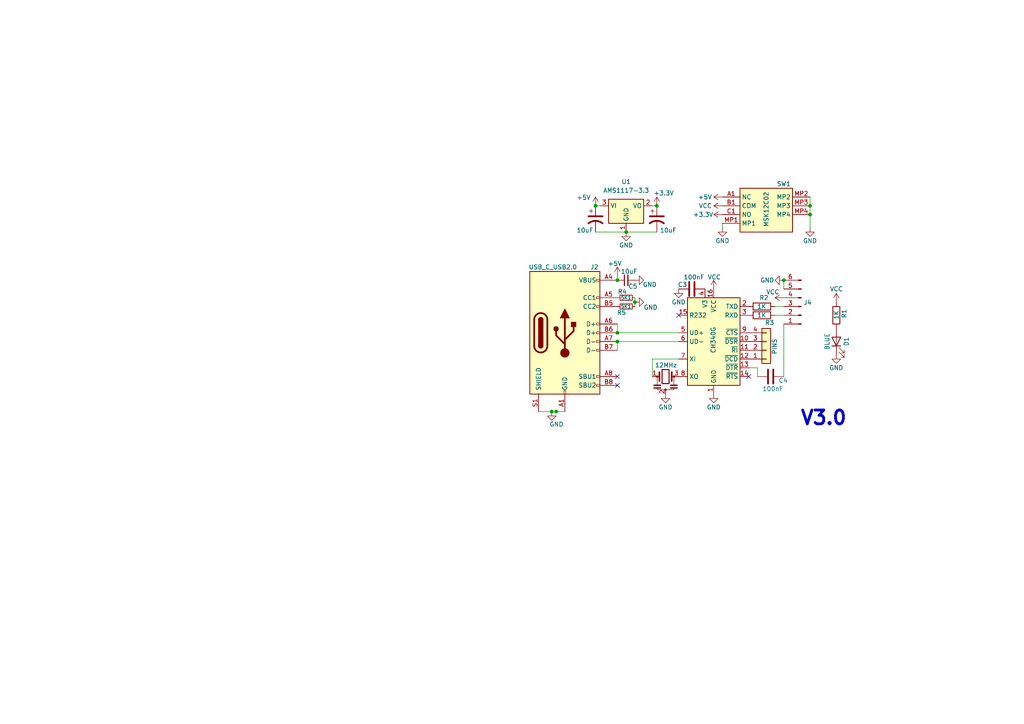
<source format=kicad_sch>
(kicad_sch (version 20231120) (generator "eeschema") (generator_version "8.0")
  (paper "A4")
  (lib_symbols
    (symbol "Connector:Conn_01x06_Pin" (pin_names (offset 1.016) hide)
      (property "Reference" "J" (at 0 7.62 0))
      (property "Value" "Conn_01x06_Pin" (at 0 -10.16 0))
      (symbol "Conn_01x06_Pin_1_1"
        (polyline (pts (xy 1.27 -7.62) (xy 0.8636 -7.62)) (stroke (width 0.1524)))
        (polyline (pts (xy 1.27 -5.08) (xy 0.8636 -5.08)) (stroke (width 0.1524)))
        (polyline (pts (xy 1.27 -2.54) (xy 0.8636 -2.54)) (stroke (width 0.1524)))
        (polyline (pts (xy 1.27 0) (xy 0.8636 0)) (stroke (width 0.1524)))
        (polyline (pts (xy 1.27 2.54) (xy 0.8636 2.54)) (stroke (width 0.1524)))
        (polyline (pts (xy 1.27 5.08) (xy 0.8636 5.08)) (stroke (width 0.1524)))
        (rectangle (start 0.8636 -7.493) (end 0 -7.747) (stroke (width 0.1524)) (fill (type outline)))
        (rectangle (start 0.8636 -4.953) (end 0 -5.207) (stroke (width 0.1524)) (fill (type outline)))
        (rectangle (start 0.8636 -2.413) (end 0 -2.667) (stroke (width 0.1524)) (fill (type outline)))
        (rectangle (start 0.8636 0.127) (end 0 -0.127) (stroke (width 0.1524)) (fill (type outline)))
        (rectangle (start 0.8636 2.667) (end 0 2.413) (stroke (width 0.1524)) (fill (type outline)))
        (rectangle (start 0.8636 5.207) (end 0 4.953) (stroke (width 0.1524)) (fill (type outline)))
        (pin passive line (at 5.08 5.08 180) (length 3.81) (name "Pin_1") (number "1"))
        (pin passive line (at 5.08 2.54 180) (length 3.81) (name "Pin_2") (number "2"))
        (pin passive line (at 5.08 0 180) (length 3.81) (name "Pin_3") (number "3"))
        (pin passive line (at 5.08 -2.54 180) (length 3.81) (name "Pin_4") (number "4"))
        (pin passive line (at 5.08 -5.08 180) (length 3.81) (name "Pin_5") (number "5"))
        (pin passive line (at 5.08 -7.62 180) (length 3.81) (name "Pin_6") (number "6"))
      )
    )
    (symbol "Connector:USB_C_Receptacle_USB2.0" (pin_names (offset 1.016))
      (property "Reference" "J3" (at -5.715 21.209 0))
      (property "Value" "USB_C_USB2.0" (at 3.556 19.05 0))
      (symbol "USB_C_Receptacle_USB2.0_0_0"
        (rectangle (start -0.254 -17.78) (end 0.254 -16.764))
        (rectangle (start 10.16 -14.986) (end 9.144 -15.494))
        (rectangle (start 10.16 -12.446) (end 9.144 -12.954))
        (rectangle (start 10.16 -4.826) (end 9.144 -5.334))
        (rectangle (start 10.16 -2.286) (end 9.144 -2.794))
        (rectangle (start 10.16 0.254) (end 9.144 -0.254))
        (rectangle (start 10.16 2.794) (end 9.144 2.286))
        (rectangle (start 10.16 7.874) (end 9.144 7.366))
        (rectangle (start 10.16 10.414) (end 9.144 9.906))
        (rectangle (start 10.16 15.494) (end 9.144 14.986))
      )
      (symbol "USB_C_Receptacle_USB2.0_0_1"
        (rectangle (start -10.16 17.78) (end 10.16 -17.78) (stroke (width 0.254)) (fill (type background)))
        (arc (start -8.89 -3.81) (mid -6.985 -5.7067) (end -5.08 -3.81) (stroke (width 0.508)))
        (arc (start -7.62 -3.81) (mid -6.985 -4.4423) (end -6.35 -3.81) (stroke (width 0.254)))
        (arc (start -7.62 -3.81) (mid -6.985 -4.4423) (end -6.35 -3.81) (stroke (width 0.254)) (fill (type outline)))
        (rectangle (start -7.62 -3.81) (end -6.35 3.81) (stroke (width 0.254)) (fill (type outline)))
        (arc (start -6.35 3.81) (mid -6.985 4.4423) (end -7.62 3.81) (stroke (width 0.254)))
        (arc (start -6.35 3.81) (mid -6.985 4.4423) (end -7.62 3.81) (stroke (width 0.254)) (fill (type outline)))
        (arc (start -5.08 3.81) (mid -6.985 5.7067) (end -8.89 3.81) (stroke (width 0.508)))
        (circle (center -2.54 1.143) (radius 0.635) (stroke (width 0.254)) (fill (type outline)))
        (circle (center 0 -5.842) (radius 1.27) (fill (type outline)))
        (polyline (pts (xy -8.89 -3.81) (xy -8.89 3.81)) (stroke (width 0.508)))
        (polyline (pts (xy -5.08 3.81) (xy -5.08 -3.81)) (stroke (width 0.508)))
        (polyline (pts (xy 0 -5.842) (xy 0 4.318)) (stroke (width 0.508)))
        (polyline (pts (xy 0 -3.302) (xy -2.54 -0.762) (xy -2.54 0.508)) (stroke (width 0.508)))
        (polyline (pts (xy 0 -2.032) (xy 2.54 0.508) (xy 2.54 1.778)) (stroke (width 0.508)))
        (polyline (pts (xy -1.27 4.318) (xy 0 6.858) (xy 1.27 4.318) (xy -1.27 4.318)) (stroke (width 0.254)) (fill (type outline)))
        (rectangle (start 1.905 1.778) (end 3.175 3.048) (stroke (width 0.254)) (fill (type outline)))
      )
      (symbol "USB_C_Receptacle_USB2.0_1_1"
        (pin passive line (at 0 -22.86 90) (length 5.08) (name "GND") (number "A1"))
        (pin passive line (at 15.24 15.24 180) (length 5.08) (name "VBUS") (number "A4"))
        (pin bidirectional line (at 15.24 10.16 180) (length 5.08) (name "CC1") (number "A5"))
        (pin bidirectional line (at 15.24 2.54 180) (length 5.08) (name "D+") (number "A6"))
        (pin bidirectional line (at 15.24 -2.54 180) (length 5.08) (name "D-") (number "A7"))
        (pin bidirectional line (at 15.24 -12.7 180) (length 5.08) (name "SBU1") (number "A8"))
        (pin passive line (at -2.54 -22.86 90) (length 5.08) hide (name "GND") (number "B1"))
        (pin passive line (at 15.24 12.7 180) (length 5.08) hide (name "VBUS") (number "B4"))
        (pin bidirectional line (at 15.24 7.62 180) (length 5.08) (name "CC2") (number "B5"))
        (pin bidirectional line (at 15.24 0 180) (length 5.08) (name "D+") (number "B6"))
        (pin bidirectional line (at 15.24 -5.08 180) (length 5.08) (name "D-") (number "B7"))
        (pin bidirectional line (at 15.24 -15.24 180) (length 5.08) (name "SBU2") (number "B8"))
        (pin passive line (at -7.62 -22.86 90) (length 5.08) (name "SHIELD") (number "S1"))
      )
    )
    (symbol "Connector_Generic_MountingPin:Conn_01x04_MountingPin" (pin_names (offset 1.016) hide)
      (symbol "Conn_01x04_MountingPin_1_1"
        (rectangle (start -1.27 -4.953) (end 0 -5.207) (stroke (width 0.1524)))
        (rectangle (start -1.27 -2.413) (end 0 -2.667) (stroke (width 0.1524)))
        (rectangle (start -1.27 0.127) (end 0 -0.127) (stroke (width 0.1524)))
        (rectangle (start -1.27 2.667) (end 0 2.413) (stroke (width 0.1524)))
        (rectangle (start -1.27 3.81) (end 1.27 -6.35) (stroke (width 0.254)) (fill (type background)))
        (pin passive line (at -5.08 2.54 0) (length 3.81) (name "Pin_1") (number "1"))
        (pin passive line (at -5.08 0 0) (length 3.81) (name "Pin_2") (number "2"))
        (pin passive line (at -5.08 -2.54 0) (length 3.81) (name "Pin_3") (number "3"))
        (pin passive line (at -5.08 -5.08 0) (length 3.81) (name "Pin_4") (number "4"))
      )
    )
    (symbol "Device:C" (pin_numbers hide) (pin_names (offset 0.254))
      (property "Reference" "C" (at 0.635 2.54 0))
      (property "Value" "C" (at 0.635 -2.54 0))
      (symbol "C_0_1"
        (polyline (pts (xy -2.032 -0.762) (xy 2.032 -0.762)) (stroke (width 0.508)))
        (polyline (pts (xy -2.032 0.762) (xy 2.032 0.762)) (stroke (width 0.508)))
      )
      (symbol "C_1_1"
        (pin passive line (at 0 3.81 270) (length 2.794) (name "~") (number "1"))
        (pin passive line (at 0 -3.81 90) (length 2.794) (name "~") (number "2"))
      )
    )
    (symbol "Device:C_Polarized_US" (pin_numbers hide) (pin_names (offset 0.254) hide)
      (property "Reference" "C" (at 0.635 2.54 0))
      (property "Value" "C_Polarized_US" (at 0.635 -2.54 0))
      (symbol "C_Polarized_US_0_1"
        (polyline (pts (xy -2.032 0.762) (xy 2.032 0.762)) (stroke (width 0.508)))
        (polyline (pts (xy -1.778 2.286) (xy -0.762 2.286)))
        (polyline (pts (xy -1.27 1.778) (xy -1.27 2.794)))
        (arc (start 2.032 -1.27) (mid 0 -0.5572) (end -2.032 -1.27) (stroke (width 0.508)))
      )
      (symbol "C_Polarized_US_1_1"
        (pin passive line (at 0 3.81 270) (length 2.794) (name "~") (number "1"))
        (pin passive line (at 0 -3.81 90) (length 3.302) (name "~") (number "2"))
      )
    )
    (symbol "Device:C_Small" (pin_numbers hide) (pin_names (offset 0.254) hide)
      (property "Reference" "C" (at 0.254 1.778 0))
      (property "Value" "C_Small" (at 0.254 -2.032 0))
      (symbol "C_Small_0_1"
        (polyline (pts (xy -1.524 -0.508) (xy 1.524 -0.508)) (stroke (width 0.3302)))
        (polyline (pts (xy -1.524 0.508) (xy 1.524 0.508)) (stroke (width 0.3048)))
      )
      (symbol "C_Small_1_1"
        (pin passive line (at 0 2.54 270) (length 2.032) (name "~") (number "1"))
        (pin passive line (at 0 -2.54 90) (length 2.032) (name "~") (number "2"))
      )
    )
    (symbol "Device:LED" (pin_numbers hide) (pin_names (offset 1.016) hide)
      (property "Reference" "D" (at 0 2.54 0))
      (property "Value" "LED" (at 0 -2.54 0))
      (symbol "LED_0_1"
        (polyline (pts (xy -1.27 -1.27) (xy -1.27 1.27)) (stroke (width 0.254)))
        (polyline (pts (xy -1.27 0) (xy 1.27 0)))
        (polyline (pts (xy 1.27 -1.27) (xy 1.27 1.27) (xy -1.27 0) (xy 1.27 -1.27)) (stroke (width 0.254)))
        (polyline (pts (xy -3.048 -0.762) (xy -4.572 -2.286) (xy -3.81 -2.286) (xy -4.572 -2.286) (xy -4.572 -1.524)))
        (polyline (pts (xy -1.778 -0.762) (xy -3.302 -2.286) (xy -2.54 -2.286) (xy -3.302 -2.286) (xy -3.302 -1.524)))
      )
      (symbol "LED_1_1"
        (pin passive line (at -3.81 0 0) (length 2.54) (name "K") (number "1"))
        (pin passive line (at 3.81 0 180) (length 2.54) (name "A") (number "2"))
      )
    )
    (symbol "Device:R" (pin_numbers hide) (pin_names (offset 0))
      (property "Reference" "R" (at 2.032 0 90))
      (property "Value" "R" (at 0 0 90))
      (symbol "R_0_1"
        (rectangle (start -1.016 -2.54) (end 1.016 2.54) (stroke (width 0.254)))
      )
      (symbol "R_1_1"
        (pin passive line (at 0 3.81 270) (length 1.27) (name "~") (number "1"))
        (pin passive line (at 0 -3.81 90) (length 1.27) (name "~") (number "2"))
      )
    )
    (symbol "Device:R_Small" (pin_numbers hide) (pin_names (offset 0.254) hide)
      (property "Reference" "R" (at 0.762 0.508 0))
      (property "Value" "R_Small" (at 0.762 -1.016 0))
      (symbol "R_Small_0_1"
        (rectangle (start -0.762 1.778) (end 0.762 -1.778) (stroke (width 0.2032)))
      )
      (symbol "R_Small_1_1"
        (pin passive line (at 0 2.54 270) (length 0.762) (name "~") (number "1"))
        (pin passive line (at 0 -2.54 90) (length 0.762) (name "~") (number "2"))
      )
    )
    (symbol "Device:Resonator" (pin_names (offset 1.016) hide)
      (property "Reference" "Y" (at 0 5.715 0))
      (property "Value" "Resonator" (at 0 3.81 0))
      (symbol "Resonator_0_1"
        (rectangle (start -3.429 -3.175) (end -1.397 -3.429) (fill (type outline)))
        (rectangle (start -3.429 -2.413) (end -1.397 -2.667) (fill (type outline)))
        (circle (center -2.413 0) (radius 0.254) (fill (type outline)))
        (rectangle (start -1.016 2.032) (end 1.016 -2.032) (stroke (width 0.3048)))
        (circle (center 0 -3.81) (radius 0.254) (fill (type outline)))
        (polyline (pts (xy -2.413 -2.413) (xy -2.413 0)))
        (polyline (pts (xy -1.905 0) (xy -3.175 0)))
        (polyline (pts (xy -1.778 -1.27) (xy -1.778 1.27)) (stroke (width 0.508)))
        (polyline (pts (xy 1.778 -1.27) (xy 1.778 1.27)) (stroke (width 0.508)))
        (polyline (pts (xy 1.905 0) (xy 2.54 0)))
        (polyline (pts (xy 2.413 0) (xy 2.413 -2.54)))
        (polyline (pts (xy 2.413 -3.302) (xy 2.413 -3.81) (xy -2.413 -3.81) (xy -2.413 -3.302)))
        (rectangle (start 1.397 -3.175) (end 3.429 -3.429) (fill (type outline)))
        (rectangle (start 1.397 -2.413) (end 3.429 -2.667) (fill (type outline)))
        (circle (center 2.413 0) (radius 0.254) (fill (type outline)))
      )
      (symbol "Resonator_1_1"
        (pin passive line (at -3.81 0 0) (length 1.27) (name "1") (number "1"))
        (pin passive line (at 0 -5.08 90) (length 1.27) (name "2") (number "2"))
        (pin passive line (at 3.81 0 180) (length 1.27) (name "3") (number "3"))
      )
    )
    (symbol "Interface_USB:CH340G"
      (property "Reference" "U" (at -5.08 13.97 0))
      (property "Value" "CH340G" (at 1.27 13.97 0))
      (symbol "CH340G_0_1"
        (rectangle (start -7.62 12.7) (end 7.62 -12.7) (stroke (width 0.254)) (fill (type background)))
      )
      (symbol "CH340G_1_1"
        (pin power_in line (at 0 -15.24 90) (length 2.54) (name "GND") (number "1"))
        (pin input line (at 10.16 0 180) (length 2.54) (name "~{DSR}") (number "10"))
        (pin input line (at 10.16 -2.54 180) (length 2.54) (name "~{RI}") (number "11"))
        (pin input line (at 10.16 -5.08 180) (length 2.54) (name "~{DCD}") (number "12"))
        (pin output line (at 10.16 -7.62 180) (length 2.54) (name "~{DTR}") (number "13"))
        (pin output line (at 10.16 -10.16 180) (length 2.54) (name "~{RTS}") (number "14"))
        (pin input line (at -10.16 7.62 0) (length 2.54) (name "R232") (number "15"))
        (pin power_in line (at 0 15.24 270) (length 2.54) (name "VCC") (number "16"))
        (pin output line (at 10.16 10.16 180) (length 2.54) (name "TXD") (number "2"))
        (pin input line (at 10.16 7.62 180) (length 2.54) (name "RXD") (number "3"))
        (pin passive line (at -2.54 15.24 270) (length 2.54) (name "V3") (number "4"))
        (pin bidirectional line (at -10.16 2.54 0) (length 2.54) (name "UD+") (number "5"))
        (pin bidirectional line (at -10.16 0 0) (length 2.54) (name "UD-") (number "6"))
        (pin input line (at -10.16 -5.08 0) (length 2.54) (name "XI") (number "7"))
        (pin output line (at -10.16 -10.16 0) (length 2.54) (name "XO") (number "8"))
        (pin input line (at 10.16 2.54 180) (length 2.54) (name "~{CTS}") (number "9"))
      )
    )
    (symbol "MSK12C02:MSK12C02"
      (property "Value" "MSK12C02" (at 12.7 -3.556 90))
      (symbol "MSK12C02_1_1"
        (rectangle (start 5.08 2.54) (end 20.32 -10.16) (stroke (width 0.254)) (fill (type background)))
        (pin passive line (at 0 0 0) (length 5.08) (name "NC") (number "A1"))
        (pin passive line (at 0 -2.54 0) (length 5.08) (name "COM") (number "B1"))
        (pin passive line (at 0 -5.08 0) (length 5.08) (name "NO") (number "C1"))
        (pin passive line (at 0 -7.62 0) (length 5.08) (name "MP1") (number "MP1"))
        (pin passive line (at 25.4 0 180) (length 5.08) (name "MP2") (number "MP2"))
        (pin passive line (at 25.4 -2.54 180) (length 5.08) (name "MP3") (number "MP3"))
        (pin passive line (at 25.4 -5.08 180) (length 5.08) (name "MP4") (number "MP4"))
      )
    )
    (symbol "Regulator_Linear:AMS1117-3.3"
      (property "Reference" "U" (at -3.81 3.175 0))
      (property "Value" "AMS1117-3.3" (at 0 3.175 0))
      (symbol "AMS1117-3.3_0_1"
        (rectangle (start -5.08 -5.08) (end 5.08 1.905) (stroke (width 0.254)) (fill (type background)))
      )
      (symbol "AMS1117-3.3_1_1"
        (pin power_in line (at 0 -7.62 90) (length 2.54) (name "GND") (number "1"))
        (pin power_out line (at 7.62 0 180) (length 2.54) (name "VO") (number "2"))
        (pin power_in line (at -7.62 0 0) (length 2.54) (name "VI") (number "3"))
      )
    )
    (symbol "power:+3.3V" (power) (pin_names (offset 0))
      (property "Value" "+3.3V" (at 0 3.556 0))
      (symbol "+3.3V_0_1"
        (polyline (pts (xy -0.762 1.27) (xy 0 2.54)))
        (polyline (pts (xy 0 0) (xy 0 2.54)))
        (polyline (pts (xy 0 2.54) (xy 0.762 1.27)))
      )
      (symbol "+3.3V_1_1"
        (pin power_in line (at 0 0 90) (length 0) hide (name "+3.3V") (number "1"))
      )
    )
    (symbol "power:+5V" (power) (pin_names (offset 0))
      (property "Value" "+5V" (at 0 3.556 0))
      (symbol "+5V_0_1"
        (polyline (pts (xy -0.762 1.27) (xy 0 2.54)))
        (polyline (pts (xy 0 0) (xy 0 2.54)))
        (polyline (pts (xy 0 2.54) (xy 0.762 1.27)))
      )
      (symbol "+5V_1_1"
        (pin power_in line (at 0 0 90) (length 0) hide (name "+5V") (number "1"))
      )
    )
    (symbol "power:GND" (power) (pin_names (offset 0))
      (property "Value" "GND" (at 0 -3.81 0))
      (symbol "GND_0_1"
        (polyline (pts (xy 0 0) (xy 0 -1.27) (xy 1.27 -1.27) (xy 0 -2.54) (xy -1.27 -1.27) (xy 0 -1.27)))
      )
      (symbol "GND_1_1"
        (pin power_in line (at 0 0 270) (length 0) hide (name "GND") (number "1"))
      )
    )
    (symbol "power:VCC" (power) (pin_names (offset 0))
      (property "Value" "VCC" (at 0 3.81 0))
      (symbol "VCC_0_1"
        (polyline (pts (xy -0.762 1.27) (xy 0 2.54)))
        (polyline (pts (xy 0 0) (xy 0 2.54)))
        (polyline (pts (xy 0 2.54) (xy 0.762 1.27)))
      )
      (symbol "VCC_1_1"
        (pin power_in line (at 0 0 90) (length 0) hide (name "VCC") (number "1"))
      )
    )
  )
  (junction (at 181.61 67.31))
  (junction (at 161.29 119.38))
  (junction (at 184.15 87.63))
  (junction (at 227.33 81.28))
  (junction (at 179.07 96.52))
  (junction (at 234.95 59.69))
  (junction (at 179.07 99.06))
  (junction (at 190.5 59.69))
  (junction (at 172.72 59.69))
  (junction (at 179.07 81.28))
  (junction (at 160.02 119.38))
  (junction (at 234.95 62.23))
  (no_connect (at 217.17 109.22))
  (no_connect (at 179.07 109.22))
  (no_connect (at 179.07 111.76))
  (no_connect (at 196.85 91.44))
  (wire (pts (xy 227.33 81.28) (xy 227.33 83.82)))
  (wire (pts (xy 234.95 57.15) (xy 234.95 59.69)))
  (wire (pts (xy 224.79 91.44) (xy 227.33 91.44)))
  (wire (pts (xy 179.07 96.52) (xy 179.07 93.98)))
  (wire (pts (xy 219.71 106.68) (xy 219.71 109.22)))
  (wire (pts (xy 209.55 66.04) (xy 209.55 64.77)))
  (wire (pts (xy 190.5 59.69) (xy 189.23 59.69)))
  (wire (pts (xy 161.29 119.38) (xy 160.02 119.38)))
  (wire (pts (xy 189.23 104.14) (xy 196.85 104.14)))
  (wire (pts (xy 172.72 59.69) (xy 173.99 59.69)))
  (wire (pts (xy 189.23 109.22) (xy 189.23 104.14)))
  (wire (pts (xy 163.83 119.38) (xy 161.29 119.38)))
  (wire (pts (xy 179.07 80.01) (xy 179.07 81.28)))
  (wire (pts (xy 179.07 96.52) (xy 196.85 96.52)))
  (wire (pts (xy 217.17 106.68) (xy 219.71 106.68)))
  (wire (pts (xy 234.95 59.69) (xy 234.95 62.23)))
  (wire (pts (xy 234.95 62.23) (xy 234.95 66.04)))
  (wire (pts (xy 179.07 101.6) (xy 179.07 99.06)))
  (wire (pts (xy 160.02 119.38) (xy 156.21 119.38)))
  (wire (pts (xy 227.33 88.9) (xy 224.79 88.9)))
  (wire (pts (xy 179.07 99.06) (xy 196.85 99.06)))
  (wire (pts (xy 181.61 67.31) (xy 190.5 67.31)))
  (wire (pts (xy 227.33 109.22) (xy 227.33 93.98)))
  (wire (pts (xy 172.72 67.31) (xy 181.61 67.31)))
  (wire (pts (xy 184.15 87.63) (xy 184.15 86.36)))
  (wire (pts (xy 184.15 87.63) (xy 184.15 88.9)))
  (text "V3.0\n" (at 231.902 123.698 0) (effects (font (size 4 4) (thickness 0.8) (bold yes)) (justify left bottom)))
  (symbol (lib_id "power:+5V") (at 209.55 57.15 90) (mirror x) (unit 1)
    (property "Reference" "#PWR016" (effects (hide yes)))
    (property "Value" "+5V" (at 204.47 57.15 90))
  )
  (symbol (lib_id "power:GND") (at 193.04 114.3 0) (mirror y) (unit 1)
    (property "Reference" "#PWR011" (effects (hide yes)))
    (property "Value" "GND" (at 195.072 118.11 0) (effects (justify left)))
  )
  (symbol (lib_id "Device:R_Small") (at 181.61 86.36 90) (mirror x) (unit 1)
    (property "Reference" "R4" (at 181.864 84.582 90) (effects (justify left)))
    (property "Value" "5K1" (at 183.134 86.36 90) (effects (font (size 1.016 1.016)) (justify left)))
    (property "Footprint" "Resistor_SMD:R_0603_1608Metric" (effects (hide yes)))
  )
  (symbol (lib_id "power:GND") (at 227.33 81.28 270) (mirror x) (unit 1)
    (property "Reference" "#PWR013" (effects (hide yes)))
    (property "Value" "GND" (at 220.472 81.28 90) (effects (justify left)))
  )
  (symbol (lib_id "Device:LED") (at 242.57 99.06 90) (unit 1)
    (property "Reference" "D1" (at 245.491 99.06 0))
    (property "Value" "BLUE" (at 239.903 99.06 0))
  )
  (symbol (lib_id "power:+5V") (at 179.07 80.01 0) (mirror y) (unit 1)
    (property "Reference" "#PWR06" (effects (hide yes)))
    (property "Value" "+5V" (at 178.308 76.454 0))
  )
  (symbol (lib_id "power:VCC") (at 227.33 86.36 90) (unit 1)
    (property "Reference" "#PWR027" (effects (hide yes)))
    (property "Value" "VCC" (at 226.06 84.709 90) (effects (justify left)))
  )
  (symbol (lib_id "power:+3.3V") (at 209.55 62.23 90) (unit 1)
    (property "Reference" "#PWR017" (effects (hide yes)))
    (property "Value" "+3.3V" (at 203.962 62.23 90))
  )
  (symbol (lib_id "Device:C") (at 223.52 109.22 270) (mirror x) (unit 1)
    (property "Reference" "C4" (at 225.806 110.363 90) (effects (justify left)))
    (property "Value" "100nF" (at 221.107 112.776 90) (effects (justify left)))
  )
  (symbol (lib_id "power:GND") (at 184.15 81.28 90) (mirror x) (unit 1)
    (property "Reference" "#PWR04" (effects (hide yes)))
    (property "Value" "GND" (at 190.5 82.55 90) (effects (justify left)))
  )
  (symbol (lib_id "power:VCC") (at 207.01 83.82 0) (unit 1)
    (property "Reference" "#PWR021" (effects (hide yes)))
    (property "Value" "VCC" (at 205.232 80.391 0) (effects (justify left)))
  )
  (symbol (lib_id "power:GND") (at 181.61 67.31 0) (mirror y) (unit 1)
    (property "Reference" "#PWR015" (effects (hide yes)))
    (property "Value" "GND" (at 183.642 71.12 0) (effects (justify left)))
  )
  (symbol (lib_id "power:GND") (at 242.57 102.87 0) (mirror y) (unit 1)
    (property "Reference" "#PWR02" (effects (hide yes)))
    (property "Value" "GND" (at 244.602 106.68 0) (effects (justify left)))
  )
  (symbol (lib_id "Connector:USB_C_Receptacle_USB2.0") (at 163.83 96.52 0) (unit 1)
    (property "Reference" "J2" (at 173.609 77.47 0) (effects (justify right)))
    (property "Value" "USB_C_USB2.0" (at 167.386 77.47 0) (effects (justify right)))
    (property "Datasheet" "https://www.usb.org/sites/default/files/documents/usb_type-c.zip" (effects (hide yes)))
  )
  (symbol (lib_id "Connector_Generic_MountingPin:Conn_01x04_MountingPin") (at 222.25 101.6 0) (mirror x) (unit 1) (on_board no)
    (property "Reference" "J5" (effects (hide yes)))
    (property "Value" "PINS" (at 224.663 98.171 90) (effects (justify left)))
  )
  (symbol (lib_id "Device:C_Polarized_US") (at 190.5 63.5 0) (unit 1)
    (property "Reference" "C2" (effects (hide yes)))
    (property "Value" "10uF" (at 193.802 66.802 0))
    (property "Footprint" "Capacitor_SMD:C_1210_3225Metric_Pad1.33x2.70mm_HandSolder" (effects (hide yes)))
  )
  (symbol (lib_id "Device:R") (at 220.98 91.44 270) (unit 1)
    (property "Reference" "R3" (at 221.869 93.599 90) (effects (justify left)))
    (property "Value" "1K" (at 219.583 91.44 90) (effects (justify left)))
  )
  (symbol (lib_id "Device:R") (at 242.57 91.44 0) (unit 1)
    (property "Reference" "R1" (at 244.856 92.329 90) (effects (justify left)))
    (property "Value" "1K" (at 242.57 92.71 90) (effects (justify left)))
  )
  (symbol (lib_id "power:GND") (at 207.01 114.3 0) (mirror y) (unit 1)
    (property "Reference" "#PWR014" (effects (hide yes)))
    (property "Value" "GND" (at 209.042 118.11 0) (effects (justify left)))
  )
  (symbol (lib_id "Device:C") (at 200.66 83.82 270) (mirror x) (unit 1)
    (property "Reference" "C3" (at 196.596 82.55 90) (effects (justify left)))
    (property "Value" "100nF" (at 198.247 80.391 90) (effects (justify left)))
  )
  (symbol (lib_id "power:VCC") (at 209.55 59.69 90) (mirror x) (unit 1)
    (property "Reference" "#PWR08" (effects (hide yes)))
    (property "Value" "VCC" (at 206.502 59.69 90) (effects (justify left)))
  )
  (symbol (lib_id "power:GND") (at 209.55 66.04 0) (mirror y) (unit 1)
    (property "Reference" "#PWR09" (effects (hide yes)))
    (property "Value" "GND" (at 211.582 69.85 0) (effects (justify left)))
  )
  (symbol (lib_id "power:VCC") (at 242.57 87.63 0) (unit 1)
    (property "Reference" "#PWR01" (effects (hide yes)))
    (property "Value" "VCC" (at 240.665 83.82 0) (effects (justify left)))
  )
  (symbol (lib_id "Regulator_Linear:AMS1117-3.3") (at 181.61 59.69 0) (unit 1)
    (property "Reference" "U1" (at 181.61 52.705 0))
    (property "Value" "AMS1117-3.3" (at 181.61 55.245 0))
    (property "Footprint" "Package_TO_SOT_SMD:SOT-223-3_TabPin2" (effects (hide yes)))
    (property "Datasheet" "http://www.advanced-monolithic.com/pdf/ds1117.pdf" (effects (hide yes)))
  )
  (symbol (lib_id "Device:R_Small") (at 181.61 88.9 90) (mirror x) (unit 1)
    (property "Reference" "R5" (at 181.61 90.678 90) (effects (justify left)))
    (property "Value" "5K1" (at 183.134 88.9 90) (effects (font (size 1.016 1.016)) (justify left)))
    (property "Footprint" "Resistor_SMD:R_0603_1608Metric" (effects (hide yes)))
  )
  (symbol (lib_id "Device:Resonator") (at 193.04 109.22 0) (unit 1)
    (property "Reference" "Y1" (effects (hide yes)))
    (property "Value" "12MHz" (at 193.167 105.918 0))
    (property "Footprint" "Crystal:Resonator_SMD_Murata_CSTxExxV-3Pin_3.0x1.1mm" (effects (hide yes)))
  )
  (symbol (lib_id "Device:C_Small") (at 181.61 81.28 90) (unit 1)
    (property "Reference" "C5" (at 184.912 83.058 90) (effects (justify left)))
    (property "Value" "10uF" (at 184.912 78.74 90) (effects (justify left)))
    (property "Footprint" "Capacitor_SMD:C_0603_1608Metric" (effects (hide yes)))
  )
  (symbol (lib_id "power:GND") (at 234.95 66.04 0) (mirror y) (unit 1)
    (property "Reference" "#PWR010" (effects (hide yes)))
    (property "Value" "GND" (at 236.982 69.85 0) (effects (justify left)))
  )
  (symbol (lib_id "power:GND") (at 196.85 83.82 0) (mirror y) (unit 1)
    (property "Reference" "#PWR012" (effects (hide yes)))
    (property "Value" "GND" (at 198.882 87.63 0) (effects (justify left)))
  )
  (symbol (lib_id "Connector:Conn_01x06_Pin") (at 232.41 88.9 180) (unit 1)
    (property "Reference" "J4" (at 233.045 87.757 0) (effects (justify right)))
    (property "Value" "Conn_01x06_Pin" (effects (hide yes)))
  )
  (symbol (lib_id "Interface_USB:CH340G") (at 207.01 99.06 0) (unit 1)
    (property "Reference" "U3" (effects (hide yes)))
    (property "Value" "CH340G" (at 206.883 102.489 90) (effects (justify left)))
    (property "Footprint" "Package_SO:SOIC-16_3.9x9.9mm_P1.27mm" (effects (hide yes)))
    (property "Datasheet" "http://www.datasheet5.com/pdf-local-2195953" (effects (hide yes)))
  )
  (symbol (lib_id "power:+3.3V") (at 190.5 59.69 0) (unit 1)
    (property "Reference" "#PWR020" (effects (hide yes)))
    (property "Value" "+3.3V" (at 192.532 56.007 0))
  )
  (symbol (lib_id "MSK12C02:MSK12C02") (at 209.55 57.15 0) (unit 1)
    (property "Reference" "SW1" (at 227.33 53.34 0))
    (property "Value" "MSK12C02" (at 222.25 60.706 90))
    (property "Footprint" "MSK12C02:MSK12C02" (effects (hide yes)))
    (property "Reference_1" "S" (effects (hide yes)))
    (property "Value_1" "MSK12C02" (effects (hide yes)))
    (property "Footprint_1" "MSK12C02" (effects (hide yes)))
    (property "Datasheet_1" "https://shouhan.en.made-in-china.com/product/xsMEmqgOAXWB/China-Slide-Switch-Msk12c02-Slide-Switch-on-off-2-Position-1p2t-Spdt-Miniature-Horizontal-SMD-7p-Slide-Switch.html" (effects (hide yes)))
    (property "Height" "1.4" (effects (hide yes)))
    (property "Manufacturer_Name" "Shou Han" (effects (hide yes)))
    (property "Manufacturer_Part_Number" "MSK12C02" (effects (hide yes)))
  )
  (symbol (lib_id "power:+5V") (at 172.72 59.69 0) (mirror y) (unit 1)
    (property "Reference" "#PWR03" (effects (hide yes)))
    (property "Value" "+5V" (at 169.291 57.277 0))
  )
  (symbol (lib_id "Device:C_Polarized_US") (at 172.72 63.5 0) (unit 1)
    (property "Reference" "C1" (effects (hide yes)))
    (property "Value" "10uF" (at 169.672 66.802 0))
    (property "Footprint" "Capacitor_SMD:C_1210_3225Metric_Pad1.33x2.70mm_HandSolder" (effects (hide yes)))
  )
  (symbol (lib_id "power:GND") (at 184.15 87.63 90) (mirror x) (unit 1)
    (property "Reference" "#PWR05" (effects (hide yes)))
    (property "Value" "GND" (at 190.754 89.154 90) (effects (justify left)))
  )
  (symbol (lib_id "Device:R") (at 220.98 88.9 270) (unit 1)
    (property "Reference" "R2" (at 220.218 86.36 90) (effects (justify left)))
    (property "Value" "1K" (at 219.583 88.9 90) (effects (justify left)))
  )
  (symbol (lib_id "power:GND") (at 160.02 119.38 0) (mirror y) (unit 1)
    (property "Reference" "#PWR07" (effects (hide yes)))
    (property "Value" "GND" (at 163.449 123.063 0) (effects (justify left)))
  )
)
</source>
